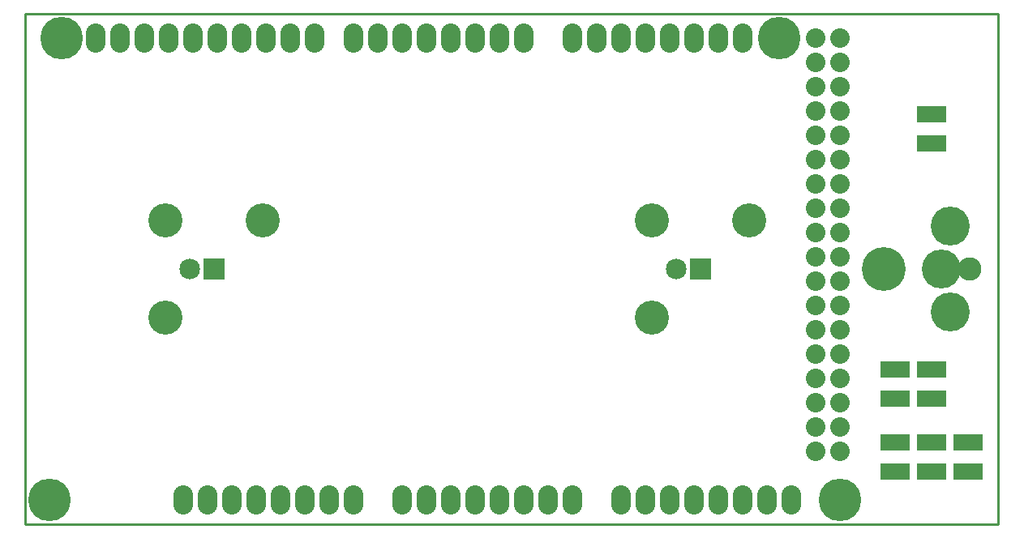
<source format=gbs>
G04 (created by PCBNEW-RS274X (2011-05-25)-stable) date Fri 11 Oct 2013 04:24:49 PM EDT*
G01*
G70*
G90*
%MOIN*%
G04 Gerber Fmt 3.4, Leading zero omitted, Abs format*
%FSLAX34Y34*%
G04 APERTURE LIST*
%ADD10C,0.006000*%
%ADD11C,0.009000*%
%ADD12C,0.096000*%
%ADD13C,0.160000*%
%ADD14C,0.180000*%
%ADD15C,0.175000*%
%ADD16O,0.080000X0.120000*%
%ADD17C,0.080000*%
%ADD18R,0.120000X0.070000*%
%ADD19C,0.140000*%
%ADD20R,0.085000X0.085000*%
%ADD21C,0.085000*%
G04 APERTURE END LIST*
G54D10*
G54D11*
X89500Y-30500D02*
X49500Y-30500D01*
X89500Y-51500D02*
X89500Y-30500D01*
X49500Y-51500D02*
X89500Y-51500D01*
X49500Y-30500D02*
X49500Y-51500D01*
G54D12*
X88320Y-41000D03*
G54D13*
X87140Y-41000D03*
G54D14*
X84780Y-41000D03*
G54D13*
X87530Y-39230D03*
X87530Y-42770D03*
G54D15*
X50500Y-50500D03*
X51000Y-31500D03*
X83000Y-50500D03*
X80500Y-31500D03*
G54D16*
X56000Y-50500D03*
X57000Y-50500D03*
X58000Y-50500D03*
X59000Y-50500D03*
X60000Y-50500D03*
X61000Y-50500D03*
X62000Y-50500D03*
X63000Y-50500D03*
X65000Y-50500D03*
X66000Y-50500D03*
X67000Y-50500D03*
X68000Y-50500D03*
X69000Y-50500D03*
X70000Y-50500D03*
X71000Y-50500D03*
X72000Y-50500D03*
X74000Y-50500D03*
X75000Y-50500D03*
X76000Y-50500D03*
X77000Y-50500D03*
X78000Y-50500D03*
X79000Y-50500D03*
X80000Y-50500D03*
X81000Y-50500D03*
X52400Y-31500D03*
X53400Y-31500D03*
X54400Y-31500D03*
X55400Y-31500D03*
X56400Y-31500D03*
X57400Y-31500D03*
X58400Y-31500D03*
X59400Y-31500D03*
X60400Y-31500D03*
X61400Y-31500D03*
X63000Y-31500D03*
X70000Y-31500D03*
X69000Y-31500D03*
X68000Y-31500D03*
X67000Y-31500D03*
X66000Y-31500D03*
X65000Y-31500D03*
X64000Y-31500D03*
X72000Y-31500D03*
X73000Y-31500D03*
X74000Y-31500D03*
X75000Y-31500D03*
X76000Y-31500D03*
X77000Y-31500D03*
X78000Y-31500D03*
X79000Y-31500D03*
G54D17*
X82000Y-31500D03*
X83000Y-31500D03*
X82000Y-32500D03*
X83000Y-32500D03*
X82000Y-33500D03*
X83000Y-33500D03*
X82000Y-34500D03*
X83000Y-34500D03*
X82000Y-35500D03*
X83000Y-35500D03*
X82000Y-36500D03*
X83000Y-36500D03*
X82000Y-37500D03*
X83000Y-37500D03*
X82000Y-38500D03*
X83000Y-38500D03*
X82000Y-39500D03*
X83000Y-39500D03*
X82000Y-40500D03*
X83000Y-40500D03*
X82000Y-41500D03*
X83000Y-41500D03*
X82000Y-42500D03*
X83000Y-42500D03*
X82000Y-43500D03*
X83000Y-43500D03*
X82000Y-44500D03*
X83000Y-44500D03*
X82000Y-45500D03*
X83000Y-45500D03*
X82000Y-46500D03*
X83000Y-46500D03*
X82000Y-47500D03*
X83000Y-47500D03*
X82000Y-48500D03*
X83000Y-48500D03*
G54D18*
X85250Y-46350D03*
X85250Y-45150D03*
X86750Y-35850D03*
X86750Y-34650D03*
X88250Y-48150D03*
X88250Y-49350D03*
X85250Y-48150D03*
X85250Y-49350D03*
X86750Y-48150D03*
X86750Y-49350D03*
X86750Y-46350D03*
X86750Y-45150D03*
G54D19*
X55250Y-39000D03*
X59250Y-39000D03*
G54D20*
X57250Y-41000D03*
G54D21*
X56250Y-41000D03*
G54D19*
X55250Y-43000D03*
X75250Y-39000D03*
X79250Y-39000D03*
G54D20*
X77250Y-41000D03*
G54D21*
X76250Y-41000D03*
G54D19*
X75250Y-43000D03*
M02*

</source>
